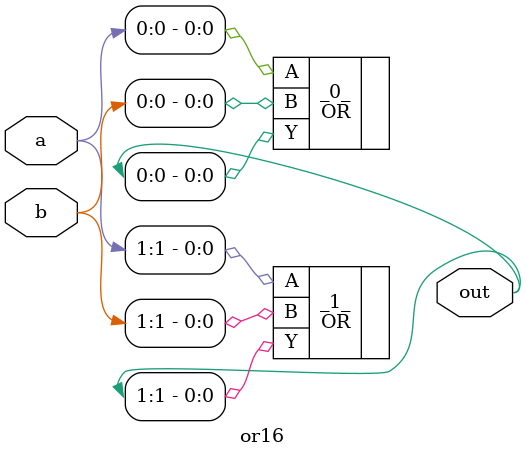
<source format=v>
/* Generated by Yosys 0.41+83 (git sha1 7045cf509, x86_64-w64-mingw32-g++ 13.2.1 -Os) */

/* cells_not_processed =  1  */
/* src = "or16.v:2.1-12.10" */
module or16(a, b, out);
  /* src = "or16.v:3.17-3.18" */
  input [1:0] a;
  wire [1:0] a;
  /* src = "or16.v:3.19-3.20" */
  input [1:0] b;
  wire [1:0] b;
  /* src = "or16.v:4.22-4.25" */
  output [1:0] out;
  wire [1:0] out;
  OR _0_ (
    .A(a[0]),
    .B(b[0]),
    .Y(out[0])
  );
  OR _1_ (
    .A(a[1]),
    .B(b[1]),
    .Y(out[1])
  );
endmodule

</source>
